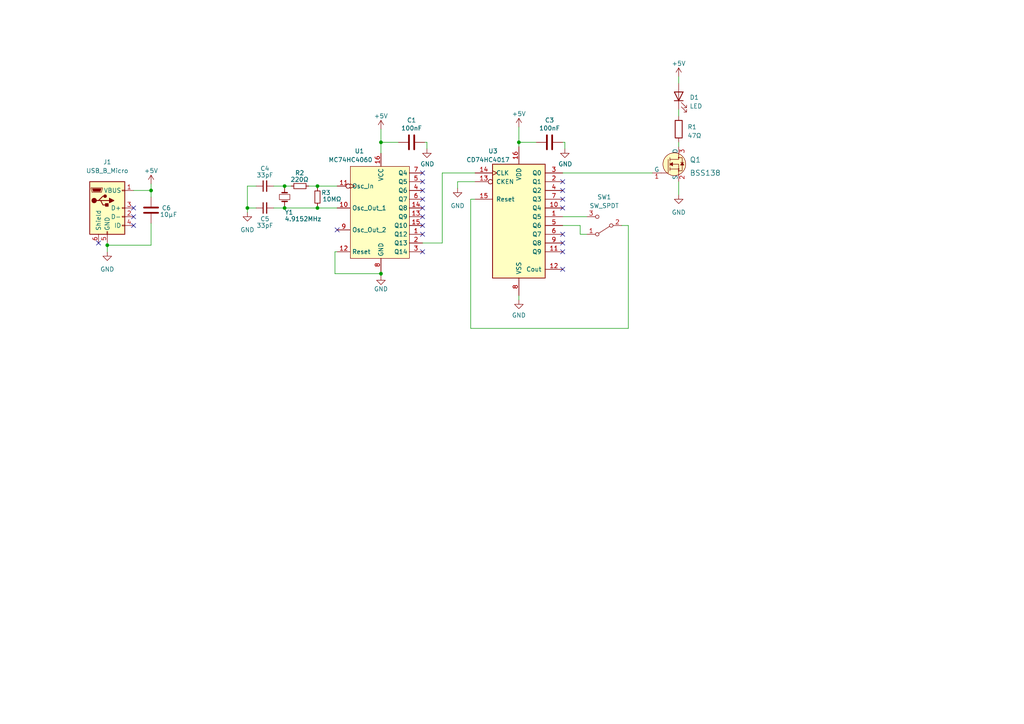
<source format=kicad_sch>
(kicad_sch (version 20230121) (generator eeschema)
  (paper "A4")
  (title_block (title "Turntable Strobe") (date "2023-05-12") (company "Retronics - Bjørner Sandom"))
  (lib_symbols
    (symbol "4xxx:4017" (pin_names (offset 1.016))
      (property "Reference" "U" (at -7.62 16.51 0))
      (property "Value" "4017" (at -7.62 -19.05 0))
      (symbol "4017_1_0"
        (pin output line (at 12.7 0 180) (length 5.08) (name "Q5") (number "1"))
        (pin output line (at 12.7 2.54 180) (length 5.08) (name "Q4") (number "10"))
        (pin output line (at 12.7 -10.16 180) (length 5.08) (name "Q9") (number "11"))
        (pin output line (at 12.7 -15.24 180) (length 5.08) (name "Cout") (number "12"))
        (pin input inverted (at -12.7 10.16 0) (length 5.08) (name "CKEN") (number "13"))
        (pin input clock (at -12.7 12.7 0) (length 5.08) (name "CLK") (number "14"))
        (pin input line (at -12.7 5.08 0) (length 5.08) (name "Reset") (number "15"))
        (pin power_in line (at 0 20.32 270) (length 5.08) (name "VDD") (number "16"))
        (pin output line (at 12.7 10.16 180) (length 5.08) (name "Q1") (number "2"))
        (pin output line (at 12.7 12.7 180) (length 5.08) (name "Q0") (number "3"))
        (pin output line (at 12.7 7.62 180) (length 5.08) (name "Q2") (number "4"))
        (pin output line (at 12.7 -2.54 180) (length 5.08) (name "Q6") (number "5"))
        (pin output line (at 12.7 -5.08 180) (length 5.08) (name "Q7") (number "6"))
        (pin output line (at 12.7 5.08 180) (length 5.08) (name "Q3") (number "7"))
        (pin power_in line (at 0 -22.86 90) (length 5.08) (name "VSS") (number "8"))
        (pin output line (at 12.7 -7.62 180) (length 5.08) (name "Q8") (number "9"))
      )
      (symbol "4017_1_1"
        (rectangle (start -7.62 15.24) (end 7.62 -17.78) (stroke (width 0.254)) (fill (type background)))
      )
    )
    (symbol "Connector:USB_B_Micro" (pin_names (offset 1.016))
      (property "Reference" "J" (at -5.08 11.43 0))
      (property "Value" "USB_B_Micro" (at -5.08 8.89 0))
      (symbol "USB_B_Micro_0_1"
        (rectangle (start -5.08 -7.62) (end 5.08 7.62) (stroke (width 0.254)) (fill (type background)))
        (circle (center -3.81 2.159) (radius 0.635) (stroke (width 0.254)) (fill (type outline)))
        (circle (center -0.635 3.429) (radius 0.381) (stroke (width 0.254)) (fill (type outline)))
        (rectangle (start -0.127 -7.62) (end 0.127 -6.858))
        (polyline (pts (xy -1.905 2.159) (xy 0.635 2.159)) (stroke (width 0.254)))
        (polyline (pts (xy -3.175 2.159) (xy -2.54 2.159) (xy -1.27 3.429) (xy -0.635 3.429)) (stroke (width 0.254)))
        (polyline (pts (xy -2.54 2.159) (xy -1.905 2.159) (xy -1.27 0.889) (xy 0 0.889)) (stroke (width 0.254)))
        (polyline (pts (xy 0.635 2.794) (xy 0.635 1.524) (xy 1.905 2.159) (xy 0.635 2.794)) (stroke (width 0.254)) (fill (type outline)))
        (polyline (pts (xy -4.318 5.588) (xy -1.778 5.588) (xy -2.032 4.826) (xy -4.064 4.826) (xy -4.318 5.588)) (fill (type outline)))
        (polyline (pts (xy -4.699 5.842) (xy -4.699 5.588) (xy -4.445 4.826) (xy -4.445 4.572) (xy -1.651 4.572) (xy -1.651 4.826) (xy -1.397 5.588) (xy -1.397 5.842) (xy -4.699 5.842)))
        (rectangle (start 0.254 1.27) (end -0.508 0.508) (stroke (width 0.254)) (fill (type outline)))
        (rectangle (start 5.08 -5.207) (end 4.318 -4.953))
        (rectangle (start 5.08 -2.667) (end 4.318 -2.413))
        (rectangle (start 5.08 -0.127) (end 4.318 0.127))
        (rectangle (start 5.08 4.953) (end 4.318 5.207))
      )
      (symbol "USB_B_Micro_1_1"
        (pin power_out line (at 7.62 5.08 180) (length 2.54) (name "VBUS") (number "1"))
        (pin bidirectional line (at 7.62 -2.54 180) (length 2.54) (name "D-") (number "2"))
        (pin bidirectional line (at 7.62 0 180) (length 2.54) (name "D+") (number "3"))
        (pin passive line (at 7.62 -5.08 180) (length 2.54) (name "ID") (number "4"))
        (pin power_out line (at 0 -10.16 90) (length 2.54) (name "GND") (number "5"))
        (pin passive line (at -2.54 -10.16 90) (length 2.54) (name "Shield") (number "6"))
      )
    )
    (symbol "Device:C" (pin_numbers hide) (pin_names (offset 0.254))
      (property "Reference" "C" (at 0.635 2.54 0))
      (property "Value" "C" (at 0.635 -2.54 0))
      (symbol "C_0_1"
        (polyline (pts (xy -2.032 -0.762) (xy 2.032 -0.762)) (stroke (width 0.508)))
        (polyline (pts (xy -2.032 0.762) (xy 2.032 0.762)) (stroke (width 0.508)))
      )
      (symbol "C_1_1"
        (pin passive line (at 0 3.81 270) (length 2.794) (name "~") (number "1"))
        (pin passive line (at 0 -3.81 90) (length 2.794) (name "~") (number "2"))
      )
    )
    (symbol "Device:C_Small" (pin_numbers hide) (pin_names (offset 0.254) hide)
      (property "Reference" "C" (at 0.254 1.778 0))
      (property "Value" "C_Small" (at 0.254 -2.032 0))
      (symbol "C_Small_0_1"
        (polyline (pts (xy -1.524 -0.508) (xy 1.524 -0.508)) (stroke (width 0.3302)))
        (polyline (pts (xy -1.524 0.508) (xy 1.524 0.508)) (stroke (width 0.3048)))
      )
      (symbol "C_Small_1_1"
        (pin passive line (at 0 2.54 270) (length 2.032) (name "~") (number "1"))
        (pin passive line (at 0 -2.54 90) (length 2.032) (name "~") (number "2"))
      )
    )
    (symbol "Device:Crystal_Small" (pin_numbers hide) (pin_names (offset 1.016) hide)
      (property "Reference" "Y" (at 0 2.54 0))
      (property "Value" "Crystal_Small" (at 0 -2.54 0))
      (symbol "Crystal_Small_0_1"
        (rectangle (start -0.762 -1.524) (end 0.762 1.524))
        (polyline (pts (xy -1.27 -0.762) (xy -1.27 0.762)) (stroke (width 0.381)))
        (polyline (pts (xy 1.27 -0.762) (xy 1.27 0.762)) (stroke (width 0.381)))
      )
      (symbol "Crystal_Small_1_1"
        (pin passive line (at -2.54 0 0) (length 1.27) (name "1") (number "1"))
        (pin passive line (at 2.54 0 180) (length 1.27) (name "2") (number "2"))
      )
    )
    (symbol "Device:LED" (pin_numbers hide) (pin_names (offset 1.016) hide)
      (property "Reference" "D" (at 0 2.54 0))
      (property "Value" "LED" (at 0 -2.54 0))
      (symbol "LED_0_1"
        (polyline (pts (xy -1.27 -1.27) (xy -1.27 1.27)) (stroke (width 0.254)))
        (polyline (pts (xy -1.27 0) (xy 1.27 0)))
        (polyline (pts (xy 1.27 -1.27) (xy 1.27 1.27) (xy -1.27 0) (xy 1.27 -1.27)) (stroke (width 0.254)))
        (polyline (pts (xy -3.048 -0.762) (xy -4.572 -2.286) (xy -3.81 -2.286) (xy -4.572 -2.286) (xy -4.572 -1.524)))
        (polyline (pts (xy -1.778 -0.762) (xy -3.302 -2.286) (xy -2.54 -2.286) (xy -3.302 -2.286) (xy -3.302 -1.524)))
      )
      (symbol "LED_1_1"
        (pin passive line (at -3.81 0 0) (length 2.54) (name "K") (number "1"))
        (pin passive line (at 3.81 0 180) (length 2.54) (name "A") (number "2"))
      )
    )
    (symbol "Device:R" (pin_numbers hide) (pin_names (offset 0))
      (property "Reference" "R" (at 2.032 0 90))
      (property "Value" "R" (at 0 0 90))
      (symbol "R_0_1"
        (rectangle (start -1.016 -2.54) (end 1.016 2.54) (stroke (width 0.254)))
      )
      (symbol "R_1_1"
        (pin passive line (at 0 3.81 270) (length 1.27) (name "~") (number "1"))
        (pin passive line (at 0 -3.81 90) (length 1.27) (name "~") (number "2"))
      )
    )
    (symbol "Device:R_Small" (pin_numbers hide) (pin_names (offset 0.254) hide)
      (property "Reference" "R" (at 0.762 0.508 0))
      (property "Value" "R_Small" (at 0.762 -1.016 0))
      (symbol "R_Small_0_1"
        (rectangle (start -0.762 1.778) (end 0.762 -1.778) (stroke (width 0.2032)))
      )
      (symbol "R_Small_1_1"
        (pin passive line (at 0 2.54 270) (length 0.762) (name "~") (number "1"))
        (pin passive line (at 0 -2.54 90) (length 0.762) (name "~") (number "2"))
      )
    )
    (symbol "Switch:SW_SPDT" (pin_names (offset 0) hide)
      (property "Reference" "SW" (at 0 4.318 0))
      (property "Value" "SW_SPDT" (at 0 -5.08 0))
      (symbol "SW_SPDT_0_0"
        (circle (center -2.032 0) (radius 0.508))
        (circle (center 2.032 -2.54) (radius 0.508))
      )
      (symbol "SW_SPDT_0_1"
        (polyline (pts (xy -1.524 0.254) (xy 1.651 2.286)))
        (circle (center 2.032 2.54) (radius 0.508))
      )
      (symbol "SW_SPDT_1_1"
        (pin passive line (at 5.08 2.54 180) (length 2.54) (name "A") (number "1"))
        (pin passive line (at -5.08 0 0) (length 2.54) (name "B") (number "2"))
        (pin passive line (at 5.08 -2.54 180) (length 2.54) (name "C") (number "3"))
      )
    )
    (symbol "dk_Transistors-FETs-MOSFETs-Single:BSS138" (pin_names (offset 0))
      (property "Reference" "Q" (at -2.6924 3.6322 0))
      (property "Value" "BSS138" (at 3.4544 0 90))
      (symbol "BSS138_0_1"
        (circle (center -1.27 0) (radius 3.302) (fill (type background)))
        (circle (center 0 -1.905) (radius 0.127))
        (circle (center 0 -1.397) (radius 0.127))
        (polyline (pts (xy 0 -1.397) (xy -2.54 -1.397)))
        (polyline (pts (xy -5.08 -2.54) (xy -3.048 -2.54) (xy -3.048 1.397)))
        (polyline (pts (xy 0 -2.54) (xy 0 0) (xy -2.54 0)))
        (polyline (pts (xy 0 2.54) (xy 0 1.397) (xy -2.54 1.397)))
        (polyline (pts (xy -0.127 -1.905) (xy 1.016 -1.905) (xy 1.016 1.397) (xy 1.016 1.905) (xy -0.127 1.905)))
        (circle (center 0 1.905) (radius 0.127))
      )
      (symbol "BSS138_1_1"
        (polyline (pts (xy -2.54 -1.397) (xy -2.54 -1.905)))
        (polyline (pts (xy -2.54 -1.397) (xy -2.54 -0.889)))
        (polyline (pts (xy -2.54 0) (xy -2.54 -0.508)))
        (polyline (pts (xy -2.54 0) (xy -2.54 0.508)))
        (polyline (pts (xy -2.54 1.905) (xy -2.54 0.889)))
        (polyline (pts (xy 1.524 0.508) (xy 0.508 0.508)))
        (polyline (pts (xy -2.54 0) (xy -1.778 0.508) (xy -1.778 -0.508) (xy -2.54 0)) (fill (type outline)))
        (polyline (pts (xy 1.016 0.508) (xy 0.508 -0.254) (xy 1.524 -0.254) (xy 1.016 0.508)) (fill (type outline)))
        (pin bidirectional line (at -7.62 -2.54 0) (length 2.54) (name "G") (number "1"))
        (pin bidirectional line (at 0 -5.08 90) (length 2.54) (name "S") (number "2"))
        (pin bidirectional line (at 0 5.08 270) (length 2.54) (name "D") (number "3"))
      )
    )
    (symbol "myDevices:MC74HC4060"
      (property "Reference" "U" (at 10.16 -0.635 0))
      (property "Value" "MC74HC4060" (at 11.43 -3.175 0))
      (symbol "MC74HC4060_0_1"
        (rectangle (start -5.08 -4.445) (end 12.065 -31.115) (fill (type background)))
      )
      (symbol "MC74HC4060_1_1"
        (pin passive line (at 15.875 -24.13 180) (length 3.81) (name "Q12") (number "1"))
        (pin passive line (at -8.89 -16.51 0) (length 3.81) (name "Osc_Out_1") (number "10"))
        (pin passive inverted_clock (at -8.89 -10.16 0) (length 3.81) (name "Osc_In") (number "11"))
        (pin passive line (at -8.89 -29.21 0) (length 3.81) (name "Reset") (number "12"))
        (pin passive line (at 15.875 -19.05 180) (length 3.81) (name "Q9") (number "13"))
        (pin passive line (at 15.875 -16.51 180) (length 3.81) (name "Q8") (number "14"))
        (pin passive line (at 15.875 -21.59 180) (length 3.81) (name "Q10") (number "15"))
        (pin power_in line (at 3.81 -0.635 270) (length 3.81) (name "VCC") (number "16"))
        (pin passive line (at 15.875 -26.67 180) (length 3.81) (name "Q13") (number "2"))
        (pin passive line (at 15.875 -29.21 180) (length 3.81) (name "Q14") (number "3"))
        (pin passive line (at 15.875 -11.43 180) (length 3.81) (name "Q6") (number "4"))
        (pin passive line (at 15.875 -8.89 180) (length 3.81) (name "Q5") (number "5"))
        (pin passive line (at 15.875 -13.97 180) (length 3.81) (name "Q7") (number "6"))
        (pin passive line (at 15.875 -6.35 180) (length 3.81) (name "Q4") (number "7"))
        (pin power_in line (at 3.81 -34.925 90) (length 3.81) (name "GND") (number "8"))
        (pin passive line (at -8.89 -22.86 0) (length 3.81) (name "Osc_Out_2") (number "9"))
      )
    )
    (symbol "power:+5V" (power) (pin_names (offset 0))
      (property "Value" "+5V" (at 0 3.556 0))
      (symbol "+5V_0_1"
        (polyline (pts (xy -0.762 1.27) (xy 0 2.54)))
        (polyline (pts (xy 0 0) (xy 0 2.54)))
        (polyline (pts (xy 0 2.54) (xy 0.762 1.27)))
      )
      (symbol "+5V_1_1"
        (pin power_in line (at 0 0 90) (length 0) hide (name "+5V") (number "1"))
      )
    )
    (symbol "power:GND" (power) (pin_names (offset 0))
      (property "Value" "GND" (at 0 -3.81 0))
      (symbol "GND_0_1"
        (polyline (pts (xy 0 0) (xy 0 -1.27) (xy 1.27 -1.27) (xy 0 -2.54) (xy -1.27 -1.27) (xy 0 -1.27)))
      )
      (symbol "GND_1_1"
        (pin power_in line (at 0 0 270) (length 0) hide (name "GND") (number "1"))
      )
    )
  )
  (junction (at 31.115 71.12))
  (junction (at 150.495 41.275))
  (junction (at 92.075 60.325))
  (junction (at 110.49 79.375))
  (junction (at 82.55 53.975))
  (junction (at 43.815 55.245))
  (junction (at 110.49 41.275))
  (junction (at 82.55 60.325))
  (junction (at 71.755 60.325))
  (junction (at 92.075 53.975))
  (no_connect (at 163.195 60.325))
  (no_connect (at 28.575 70.485))
  (no_connect (at 122.555 62.865))
  (no_connect (at 122.555 57.785))
  (no_connect (at 38.735 65.405))
  (no_connect (at 163.195 78.105))
  (no_connect (at 122.555 55.245))
  (no_connect (at 38.735 60.325))
  (no_connect (at 97.79 66.675))
  (no_connect (at 122.555 65.405))
  (no_connect (at 122.555 60.325))
  (no_connect (at 122.555 52.705))
  (no_connect (at 122.555 67.945))
  (no_connect (at 163.195 55.245))
  (no_connect (at 163.195 70.485))
  (no_connect (at 122.555 73.025))
  (no_connect (at 163.195 73.025))
  (no_connect (at 163.195 52.705))
  (no_connect (at 38.735 62.865))
  (no_connect (at 163.195 57.785))
  (no_connect (at 163.195 67.945))
  (no_connect (at 122.555 50.165))
  (wire (pts (xy 43.815 55.245) (xy 43.815 53.34)))
  (wire (pts (xy 136.525 57.785) (xy 137.795 57.785)))
  (wire (pts (xy 128.27 50.165) (xy 128.27 70.485)))
  (wire (pts (xy 163.195 62.865) (xy 170.18 62.865)))
  (wire (pts (xy 43.815 55.245) (xy 43.815 57.15)))
  (wire (pts (xy 82.55 59.69) (xy 82.55 60.325)))
  (wire (pts (xy 110.49 41.275) (xy 115.57 41.275)))
  (wire (pts (xy 110.49 41.275) (xy 110.49 44.45)))
  (wire (pts (xy 82.55 53.975) (xy 82.55 54.61)))
  (wire (pts (xy 168.275 65.405) (xy 168.275 67.945)))
  (wire (pts (xy 132.715 54.61) (xy 132.715 52.705)))
  (wire (pts (xy 92.075 60.325) (xy 97.79 60.325)))
  (wire (pts (xy 168.275 67.945) (xy 170.18 67.945)))
  (wire (pts (xy 110.49 79.375) (xy 110.49 80.01)))
  (wire (pts (xy 163.195 41.275) (xy 163.83 41.275)))
  (wire (pts (xy 182.245 95.25) (xy 182.245 65.405)))
  (wire (pts (xy 71.755 53.975) (xy 74.295 53.975)))
  (wire (pts (xy 150.495 36.83) (xy 150.495 41.275)))
  (wire (pts (xy 92.075 53.975) (xy 97.79 53.975)))
  (wire (pts (xy 122.555 70.485) (xy 128.27 70.485)))
  (wire (pts (xy 196.85 22.225) (xy 196.85 24.13)))
  (wire (pts (xy 79.375 60.325) (xy 82.55 60.325)))
  (wire (pts (xy 71.755 61.595) (xy 71.755 60.325)))
  (wire (pts (xy 110.49 78.74) (xy 110.49 79.375)))
  (wire (pts (xy 163.195 65.405) (xy 168.275 65.405)))
  (wire (pts (xy 71.755 60.325) (xy 74.295 60.325)))
  (wire (pts (xy 110.49 37.465) (xy 110.49 41.275)))
  (wire (pts (xy 84.455 53.975) (xy 82.55 53.975)))
  (wire (pts (xy 150.495 41.275) (xy 155.575 41.275)))
  (wire (pts (xy 196.85 31.75) (xy 196.85 33.655)))
  (wire (pts (xy 31.115 71.12) (xy 43.815 71.12)))
  (wire (pts (xy 31.115 70.485) (xy 31.115 71.12)))
  (wire (pts (xy 79.375 53.975) (xy 82.55 53.975)))
  (wire (pts (xy 136.525 95.25) (xy 136.525 57.785)))
  (wire (pts (xy 150.495 41.275) (xy 150.495 42.545)))
  (wire (pts (xy 182.245 65.405) (xy 180.34 65.405)))
  (wire (pts (xy 132.715 52.705) (xy 137.795 52.705)))
  (wire (pts (xy 97.155 79.375) (xy 110.49 79.375)))
  (wire (pts (xy 97.155 73.025) (xy 97.155 79.375)))
  (wire (pts (xy 128.27 50.165) (xy 137.795 50.165)))
  (wire (pts (xy 123.825 43.18) (xy 123.825 41.275)))
  (wire (pts (xy 196.85 52.705) (xy 196.85 56.515)))
  (wire (pts (xy 136.525 95.25) (xy 182.245 95.25)))
  (wire (pts (xy 31.115 71.12) (xy 31.115 73.025)))
  (wire (pts (xy 163.83 43.18) (xy 163.83 41.275)))
  (wire (pts (xy 163.195 50.165) (xy 189.23 50.165)))
  (wire (pts (xy 196.85 41.275) (xy 196.85 42.545)))
  (wire (pts (xy 38.735 55.245) (xy 43.815 55.245)))
  (wire (pts (xy 92.075 59.69) (xy 92.075 60.325)))
  (wire (pts (xy 97.79 73.025) (xy 97.155 73.025)))
  (wire (pts (xy 92.075 54.61) (xy 92.075 53.975)))
  (wire (pts (xy 71.755 60.325) (xy 71.755 53.975)))
  (wire (pts (xy 43.815 71.12) (xy 43.815 64.77)))
  (wire (pts (xy 123.19 41.275) (xy 123.825 41.275)))
  (wire (pts (xy 82.55 60.325) (xy 92.075 60.325)))
  (wire (pts (xy 150.495 85.725) (xy 150.495 86.995)))
  (wire (pts (xy 89.535 53.975) (xy 92.075 53.975)))
  (symbol (lib_id "Device:R_Small") (at 86.995 53.975 270) (mirror x) (unit 1)
    (property "Reference" "R2" (at 88.265 50.165 90) (effects (justify right)))
    (property "Value" "220Ω" (at 89.535 52.07 90) (effects (justify right)))
    (property "Footprint" "Resistor_SMD:R_0603_1608Metric_Pad0.98x0.95mm_HandSolder" (effects hide))
  )
  (symbol (lib_id "Device:R") (at 196.85 37.465 0) (unit 1)
    (property "Reference" "R1" (at 199.39 36.83 0) (effects (justify left)))
    (property "Value" "47Ω" (at 199.39 39.37 0) (effects (justify left)))
    (property "Footprint" "Resistor_SMD:R_0603_1608Metric_Pad0.98x0.95mm_HandSolder" (effects hide))
  )
  (symbol (lib_id "power:GND") (at 71.755 61.595 0) (unit 1)
    (property "Reference" "#PWR010" (effects hide))
    (property "Value" "GND" (at 71.755 66.675 0))
  )
  (symbol (lib_id "power:GND") (at 150.495 86.995 0) (unit 1)
    (property "Reference" "#PWR015" (effects hide))
    (property "Value" "GND" (at 150.495 91.44 0))
  )
  (symbol (lib_id "power:GND") (at 196.85 56.515 0) (unit 1)
    (property "Reference" "#PWR012" (effects hide))
    (property "Value" "GND" (at 196.85 61.595 0))
  )
  (symbol (lib_id "Device:C") (at 159.385 41.275 270) (unit 1)
    (property "Reference" "C3" (at 159.385 34.8742 90))
    (property "Value" "100nF" (at 159.385 37.1856 90))
    (property "Footprint" "Capacitor_SMD:C_0603_1608Metric_Pad1.08x0.95mm_HandSolder" (effects hide))
  )
  (symbol (lib_id "4xxx:4017") (at 150.495 62.865 0) (unit 1)
    (property "Reference" "U3" (at 141.605 43.815 0) (effects (justify left)))
    (property "Value" "CD74HC4017" (at 135.255 46.355 0) (effects (justify left)))
    (property "Footprint" "Package_SO:TSSOP-16_4.4x5mm_P0.65mm" (effects hide))
    (property "Datasheet" "http://www.intersil.com/content/dam/Intersil/documents/cd40/cd4017bms-22bms.pdf" (effects hide))
  )
  (symbol (lib_id "power:+5V") (at 43.815 53.34 0) (unit 1)
    (property "Reference" "#PWR08" (effects hide))
    (property "Value" "+5V" (at 43.815 49.53 0))
  )
  (symbol (lib_id "power:+5V") (at 150.495 36.83 0) (unit 1)
    (property "Reference" "#PWR01" (effects hide))
    (property "Value" "+5V" (at 150.495 33.02 0))
  )
  (symbol (lib_id "Device:R_Small") (at 92.075 57.15 0) (mirror x) (unit 1)
    (property "Reference" "R3" (at 95.885 55.88 0) (effects (justify right)))
    (property "Value" "10MΩ" (at 99.06 57.785 0) (effects (justify right)))
    (property "Footprint" "Resistor_SMD:R_0603_1608Metric_Pad0.98x0.95mm_HandSolder" (effects hide))
  )
  (symbol (lib_id "Connector:USB_B_Micro") (at 31.115 60.325 0) (unit 1)
    (property "Reference" "J1" (at 31.115 46.99 0))
    (property "Value" "USB_B_Micro" (at 31.115 49.53 0))
    (property "Footprint" "digikey-footprints:USB_Micro_B_Female_10118194-0001LF" (effects hide))
  )
  (symbol (lib_id "Device:LED") (at 196.85 27.94 90) (unit 1)
    (property "Reference" "D1" (at 200.025 28.2574 90) (effects (justify right)))
    (property "Value" "LED" (at 200.025 30.7974 90) (effects (justify right)))
    (property "Footprint" "LED_THT:LED_D5.0mm" (effects hide))
  )
  (symbol (lib_id "Switch:SW_SPDT") (at 175.26 65.405 180) (unit 1)
    (property "Reference" "SW1" (at 175.26 57.15 0))
    (property "Value" "SW_SPDT" (at 175.26 59.69 0))
    (property "Footprint" "myDevices:Slide_switch_THT_SPDT" (effects hide))
  )
  (symbol (lib_id "Device:C_Small") (at 76.835 53.975 90) (unit 1)
    (property "Reference" "C4" (at 76.835 48.895 90))
    (property "Value" "33pF" (at 76.835 50.8 90))
    (property "Footprint" "Capacitor_SMD:C_0603_1608Metric_Pad1.08x0.95mm_HandSolder" (effects hide))
  )
  (symbol (lib_id "power:GND") (at 163.83 43.18 0) (unit 1)
    (property "Reference" "#PWR05" (effects hide))
    (property "Value" "GND" (at 163.957 47.5742 0))
  )
  (symbol (lib_id "power:+5V") (at 196.85 22.225 0) (unit 1)
    (property "Reference" "#PWR03" (effects hide))
    (property "Value" "+5V" (at 196.85 18.415 0))
  )
  (symbol (lib_id "power:GND") (at 132.715 54.61 0) (unit 1)
    (property "Reference" "#PWR09" (effects hide))
    (property "Value" "GND" (at 132.715 59.69 0))
  )
  (symbol (lib_id "myDevices:MC74HC4060") (at 106.68 43.815 0) (unit 1)
    (property "Reference" "U1" (at 102.87 43.815 0) (effects (justify left)))
    (property "Value" "MC74HC4060" (at 95.25 46.355 0) (effects (justify left)))
    (property "Footprint" "Package_SO:TSSOP-16_4.4x5mm_P0.65mm" (effects hide))
  )
  (symbol (lib_id "power:GND") (at 123.825 43.18 0) (unit 1)
    (property "Reference" "#PWR04" (effects hide))
    (property "Value" "GND" (at 123.952 47.5742 0))
  )
  (symbol (lib_id "Device:C") (at 119.38 41.275 270) (unit 1)
    (property "Reference" "C1" (at 119.38 34.8742 90))
    (property "Value" "100nF" (at 119.38 37.1856 90))
    (property "Footprint" "Capacitor_SMD:C_0603_1608Metric_Pad1.08x0.95mm_HandSolder" (effects hide))
  )
  (symbol (lib_id "Device:C_Small") (at 76.835 60.325 90) (unit 1)
    (property "Reference" "C5" (at 76.835 63.5 90))
    (property "Value" "33pF" (at 76.835 65.405 90))
    (property "Footprint" "Capacitor_SMD:C_0603_1608Metric_Pad1.08x0.95mm_HandSolder" (effects hide))
  )
  (symbol (lib_id "power:GND") (at 110.49 80.01 0) (unit 1)
    (property "Reference" "#PWR014" (effects hide))
    (property "Value" "GND" (at 110.49 83.82 0))
  )
  (symbol (lib_id "dk_Transistors-FETs-MOSFETs-Single:BSS138") (at 196.85 47.625 0) (unit 1)
    (property "Reference" "Q1" (at 200.025 46.355 0) (effects (font (size 1.524 1.524)) (justify left)))
    (property "Value" "BSS138" (at 200.025 50.165 0) (effects (font (size 1.524 1.524)) (justify left)))
    (property "Footprint" "digikey-footprints:SOT-23-3" (effects hide))
    (property "Datasheet" "https://www.onsemi.com/pub/Collateral/BSS138-D.PDF" (effects hide))
    (property "Digi-Key_PN" "BSS138CT-ND" (effects hide))
    (property "MPN" "BSS138" (effects hide))
    (property "Category" "Discrete Semiconductor Products" (effects hide))
    (property "Family" "Transistors - FETs, MOSFETs - Single" (effects hide))
    (property "DK_Datasheet_Link" "https://www.onsemi.com/pub/Collateral/BSS138-D.PDF" (effects hide))
    (property "DK_Detail_Page" "/product-detail/en/on-semiconductor/BSS138/BSS138CT-ND/244294" (effects hide))
    (property "Description" "MOSFET N-CH 50V 220MA SOT-23" (effects hide))
    (property "Manufacturer" "ON Semiconductor" (effects hide))
    (property "Status" "Active" (effects hide))
  )
  (symbol (lib_id "power:GND") (at 31.115 73.025 0) (unit 1)
    (property "Reference" "#PWR011" (effects hide))
    (property "Value" "GND" (at 31.115 78.105 0))
  )
  (symbol (lib_id "Device:C") (at 43.815 60.96 180) (unit 1)
    (property "Reference" "C6" (at 48.26 60.325 0))
    (property "Value" "10µF" (at 48.895 62.23 0))
    (property "Footprint" "Capacitor_SMD:C_0603_1608Metric_Pad1.08x0.95mm_HandSolder" (effects hide))
  )
  (symbol (lib_id "Device:Crystal_Small") (at 82.55 57.15 90) (unit 1)
    (property "Reference" "Y1" (at 82.55 61.595 90) (effects (justify right)))
    (property "Value" "4.9152MHz" (at 82.55 63.5 90) (effects (justify right)))
    (property "Footprint" "Crystal:Crystal_HC49-U_Vertical" (effects hide))
  )
  (symbol (lib_id "power:+5V") (at 110.49 37.465 0) (unit 1)
    (property "Reference" "#PWR02" (effects hide))
    (property "Value" "+5V" (at 110.49 33.655 0))
  )
)
</source>
